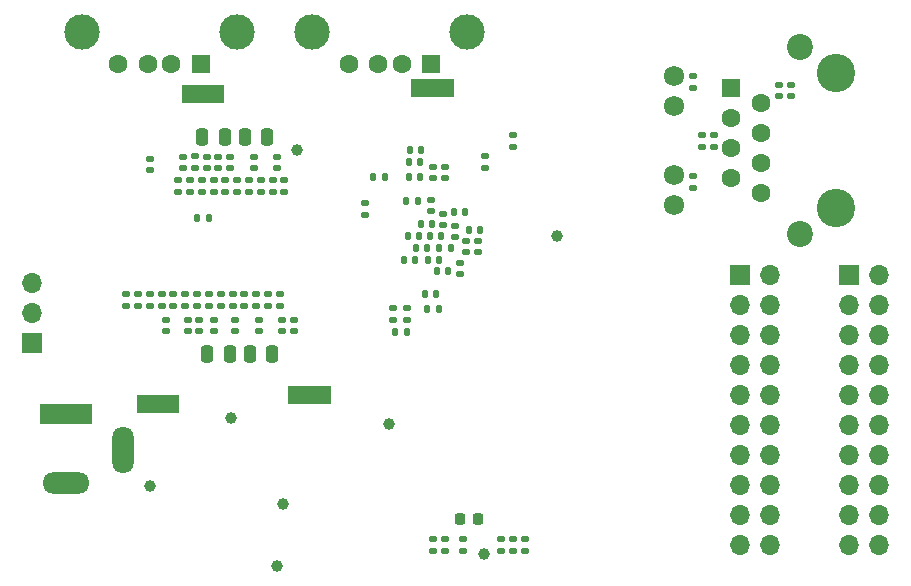
<source format=gbr>
%TF.GenerationSoftware,KiCad,Pcbnew,9.0.0*%
%TF.CreationDate,2025-03-22T23:10:54-04:00*%
%TF.ProjectId,simpleSBC,73696d70-6c65-4534-9243-2e6b69636164,rev?*%
%TF.SameCoordinates,Original*%
%TF.FileFunction,Soldermask,Bot*%
%TF.FilePolarity,Negative*%
%FSLAX46Y46*%
G04 Gerber Fmt 4.6, Leading zero omitted, Abs format (unit mm)*
G04 Created by KiCad (PCBNEW 9.0.0) date 2025-03-22 23:10:54*
%MOMM*%
%LPD*%
G01*
G04 APERTURE LIST*
G04 Aperture macros list*
%AMRoundRect*
0 Rectangle with rounded corners*
0 $1 Rounding radius*
0 $2 $3 $4 $5 $6 $7 $8 $9 X,Y pos of 4 corners*
0 Add a 4 corners polygon primitive as box body*
4,1,4,$2,$3,$4,$5,$6,$7,$8,$9,$2,$3,0*
0 Add four circle primitives for the rounded corners*
1,1,$1+$1,$2,$3*
1,1,$1+$1,$4,$5*
1,1,$1+$1,$6,$7*
1,1,$1+$1,$8,$9*
0 Add four rect primitives between the rounded corners*
20,1,$1+$1,$2,$3,$4,$5,0*
20,1,$1+$1,$4,$5,$6,$7,0*
20,1,$1+$1,$6,$7,$8,$9,0*
20,1,$1+$1,$8,$9,$2,$3,0*%
G04 Aperture macros list end*
%ADD10C,1.000000*%
%ADD11R,4.400000X1.800000*%
%ADD12O,4.000000X1.800000*%
%ADD13O,1.800000X4.000000*%
%ADD14R,1.700000X1.700000*%
%ADD15O,1.700000X1.700000*%
%ADD16C,3.250000*%
%ADD17RoundRect,0.248000X0.552000X-0.552000X0.552000X0.552000X-0.552000X0.552000X-0.552000X-0.552000X0*%
%ADD18C,1.600000*%
%ADD19C,1.720000*%
%ADD20C,2.200000*%
%ADD21R,1.600000X1.500000*%
%ADD22C,3.000000*%
%ADD23RoundRect,0.135000X-0.185000X0.135000X-0.185000X-0.135000X0.185000X-0.135000X0.185000X0.135000X0*%
%ADD24RoundRect,0.135000X0.185000X-0.135000X0.185000X0.135000X-0.185000X0.135000X-0.185000X-0.135000X0*%
%ADD25RoundRect,0.140000X0.140000X0.170000X-0.140000X0.170000X-0.140000X-0.170000X0.140000X-0.170000X0*%
%ADD26RoundRect,0.140000X0.170000X-0.140000X0.170000X0.140000X-0.170000X0.140000X-0.170000X-0.140000X0*%
%ADD27RoundRect,0.140000X-0.170000X0.140000X-0.170000X-0.140000X0.170000X-0.140000X0.170000X0.140000X0*%
%ADD28RoundRect,0.225000X0.225000X0.250000X-0.225000X0.250000X-0.225000X-0.250000X0.225000X-0.250000X0*%
%ADD29RoundRect,0.140000X-0.140000X-0.170000X0.140000X-0.170000X0.140000X0.170000X-0.140000X0.170000X0*%
%ADD30R,1.000000X1.500000*%
%ADD31RoundRect,0.250000X-0.250000X-0.475000X0.250000X-0.475000X0.250000X0.475000X-0.250000X0.475000X0*%
%ADD32RoundRect,0.135000X-0.135000X-0.185000X0.135000X-0.185000X0.135000X0.185000X-0.135000X0.185000X0*%
G04 APERTURE END LIST*
%TO.C,JP6*%
G36*
X124200000Y-74000000D02*
G01*
X125800000Y-74000000D01*
X125800000Y-72500000D01*
X124200000Y-72500000D01*
X124200000Y-74000000D01*
G37*
%TO.C,JP5*%
G36*
X120400000Y-100250000D02*
G01*
X122000000Y-100250000D01*
X122000000Y-98750000D01*
X120400000Y-98750000D01*
X120400000Y-100250000D01*
G37*
%TO.C,JP7*%
G36*
X143650000Y-73500000D02*
G01*
X145250000Y-73500000D01*
X145250000Y-72000000D01*
X143650000Y-72000000D01*
X143650000Y-73500000D01*
G37*
%TO.C,JP4*%
G36*
X133200000Y-99500000D02*
G01*
X134800000Y-99500000D01*
X134800000Y-98000000D01*
X133200000Y-98000000D01*
X133200000Y-99500000D01*
G37*
%TD*%
D10*
%TO.C,TP6*%
X133000000Y-78000000D03*
%TD*%
D11*
%TO.C,J4*%
X113400000Y-100400000D03*
D12*
X113400000Y-106200000D03*
D13*
X118200000Y-103400000D03*
%TD*%
D14*
%TO.C,J8*%
X110500000Y-94330000D03*
D15*
X110500000Y-91790000D03*
X110500000Y-89250000D03*
%TD*%
D14*
%TO.C,J9*%
X179710000Y-88640000D03*
D15*
X182250000Y-88640000D03*
X179710000Y-91180000D03*
X182250000Y-91180000D03*
X179710000Y-93720000D03*
X182250000Y-93720000D03*
X179710000Y-96260000D03*
X182250000Y-96260000D03*
X179710000Y-98800000D03*
X182250000Y-98800000D03*
X179710000Y-101340000D03*
X182250000Y-101340000D03*
X179710000Y-103880000D03*
X182250000Y-103880000D03*
X179710000Y-106420000D03*
X182250000Y-106420000D03*
X179710000Y-108960000D03*
X182250000Y-108960000D03*
X179710000Y-111500000D03*
X182250000Y-111500000D03*
%TD*%
D16*
%TO.C,J7*%
X178625000Y-71520000D03*
X178625000Y-82950000D03*
D17*
X169735000Y-72790000D03*
D18*
X172275000Y-74060000D03*
X169735000Y-75330000D03*
X172275000Y-76600000D03*
X169735000Y-77870000D03*
X172275000Y-79140000D03*
X169735000Y-80410000D03*
X172275000Y-81680000D03*
D19*
X164905000Y-71770000D03*
X164905000Y-74310000D03*
X164905000Y-80160000D03*
X164905000Y-82700000D03*
D20*
X175575000Y-69335000D03*
X175575000Y-85135000D03*
%TD*%
D14*
%TO.C,J3*%
X170460000Y-88640000D03*
D15*
X173000000Y-88640000D03*
X170460000Y-91180000D03*
X173000000Y-91180000D03*
X170460000Y-93720000D03*
X173000000Y-93720000D03*
X170460000Y-96260000D03*
X173000000Y-96260000D03*
X170460000Y-98800000D03*
X173000000Y-98800000D03*
X170460000Y-101340000D03*
X173000000Y-101340000D03*
X170460000Y-103880000D03*
X173000000Y-103880000D03*
X170460000Y-106420000D03*
X173000000Y-106420000D03*
X170460000Y-108960000D03*
X173000000Y-108960000D03*
X170460000Y-111500000D03*
X173000000Y-111500000D03*
%TD*%
D21*
%TO.C,J6*%
X124820000Y-70710000D03*
D18*
X122320000Y-70710000D03*
X120320000Y-70710000D03*
X117820000Y-70710000D03*
D22*
X127890000Y-68000000D03*
X114750000Y-68000000D03*
%TD*%
D21*
%TO.C,J5*%
X144320000Y-70710000D03*
D18*
X141820000Y-70710000D03*
X139820000Y-70710000D03*
X137320000Y-70710000D03*
D22*
X147390000Y-68000000D03*
X134250000Y-68000000D03*
%TD*%
D23*
%TO.C,R32*%
X119500000Y-90240000D03*
X119500000Y-91260000D03*
%TD*%
D24*
%TO.C,R22*%
X128900000Y-81560000D03*
X128900000Y-80540000D03*
%TD*%
D25*
%TO.C,C26*%
X143980000Y-86300000D03*
X143020000Y-86300000D03*
%TD*%
D26*
%TO.C,C13*%
X147300000Y-86680000D03*
X147300000Y-85720000D03*
%TD*%
D27*
%TO.C,C60*%
X127700000Y-92420000D03*
X127700000Y-93380000D03*
%TD*%
D26*
%TO.C,C40*%
X148300000Y-86680000D03*
X148300000Y-85720000D03*
%TD*%
D28*
%TO.C,C51*%
X148275000Y-109250000D03*
X146725000Y-109250000D03*
%TD*%
D27*
%TO.C,C27*%
X142300000Y-91420000D03*
X142300000Y-92380000D03*
%TD*%
D24*
%TO.C,R10*%
X145500000Y-112000000D03*
X145500000Y-110980000D03*
%TD*%
D26*
%TO.C,C31*%
X144300000Y-83180000D03*
X144300000Y-82220000D03*
%TD*%
%TO.C,C64*%
X131300000Y-79530000D03*
X131300000Y-78570000D03*
%TD*%
D10*
%TO.C,TP4*%
X148750000Y-112250000D03*
%TD*%
D29*
%TO.C,C17*%
X142500000Y-78000000D03*
X143460000Y-78000000D03*
%TD*%
D30*
%TO.C,JP6*%
X123700000Y-73250000D03*
X125000000Y-73250000D03*
X126300000Y-73250000D03*
%TD*%
D23*
%TO.C,R35*%
X120500000Y-90240000D03*
X120500000Y-91260000D03*
%TD*%
D25*
%TO.C,C32*%
X144980000Y-87300000D03*
X144020000Y-87300000D03*
%TD*%
D24*
%TO.C,R17*%
X125900000Y-81560000D03*
X125900000Y-80540000D03*
%TD*%
D23*
%TO.C,R23*%
X130500000Y-90240000D03*
X130500000Y-91260000D03*
%TD*%
D26*
%TO.C,C48*%
X144500000Y-80380000D03*
X144500000Y-79420000D03*
%TD*%
D24*
%TO.C,R38*%
X126900000Y-81560000D03*
X126900000Y-80540000D03*
%TD*%
D31*
%TO.C,C66*%
X128550000Y-76900000D03*
X130450000Y-76900000D03*
%TD*%
D10*
%TO.C,TP2*%
X120500000Y-106500000D03*
%TD*%
D26*
%TO.C,C9*%
X120500000Y-79730000D03*
X120500000Y-78770000D03*
%TD*%
D27*
%TO.C,C24*%
X141100000Y-91420000D03*
X141100000Y-92380000D03*
%TD*%
D23*
%TO.C,R37*%
X125500000Y-90240000D03*
X125500000Y-91260000D03*
%TD*%
D29*
%TO.C,C18*%
X146220000Y-83300000D03*
X147180000Y-83300000D03*
%TD*%
D26*
%TO.C,C53*%
X123300000Y-79530000D03*
X123300000Y-78570000D03*
%TD*%
D23*
%TO.C,R39*%
X126500000Y-90240000D03*
X126500000Y-91260000D03*
%TD*%
D26*
%TO.C,C2*%
X126300000Y-79530000D03*
X126300000Y-78570000D03*
%TD*%
D24*
%TO.C,R45*%
X166525000Y-81260000D03*
X166525000Y-80240000D03*
%TD*%
D23*
%TO.C,R21*%
X128500000Y-90240000D03*
X128500000Y-91260000D03*
%TD*%
D26*
%TO.C,C46*%
X145500000Y-80380000D03*
X145500000Y-79420000D03*
%TD*%
D23*
%TO.C,R16*%
X121500000Y-90240000D03*
X121500000Y-91260000D03*
%TD*%
%TO.C,R25*%
X129500000Y-90240000D03*
X129500000Y-91260000D03*
%TD*%
D30*
%TO.C,JP5*%
X119900000Y-99500000D03*
X121200000Y-99500000D03*
X122500000Y-99500000D03*
%TD*%
D24*
%TO.C,R12*%
X152250000Y-112010000D03*
X152250000Y-110990000D03*
%TD*%
D27*
%TO.C,C59*%
X125900000Y-92420000D03*
X125900000Y-93380000D03*
%TD*%
D26*
%TO.C,C56*%
X129300000Y-79530000D03*
X129300000Y-78570000D03*
%TD*%
D24*
%TO.C,R11*%
X144500000Y-112010000D03*
X144500000Y-110990000D03*
%TD*%
D32*
%TO.C,R5*%
X141290000Y-93400000D03*
X142310000Y-93400000D03*
%TD*%
D27*
%TO.C,C15*%
X146800000Y-87570000D03*
X146800000Y-88530000D03*
%TD*%
D31*
%TO.C,C33*%
X124950000Y-76900000D03*
X126850000Y-76900000D03*
%TD*%
D26*
%TO.C,C82*%
X167275000Y-77730000D03*
X167275000Y-76770000D03*
%TD*%
D24*
%TO.C,R27*%
X127900000Y-81560000D03*
X127900000Y-80540000D03*
%TD*%
%TO.C,R30*%
X129900000Y-81560000D03*
X129900000Y-80540000D03*
%TD*%
D23*
%TO.C,R36*%
X122500000Y-90240000D03*
X122500000Y-91260000D03*
%TD*%
%TO.C,R31*%
X118500000Y-90240000D03*
X118500000Y-91260000D03*
%TD*%
D25*
%TO.C,C50*%
X140380000Y-80300000D03*
X139420000Y-80300000D03*
%TD*%
%TO.C,C21*%
X143330000Y-85300000D03*
X142370000Y-85300000D03*
%TD*%
D24*
%TO.C,R3*%
X138750000Y-83500000D03*
X138750000Y-82480000D03*
%TD*%
D29*
%TO.C,C8*%
X142220000Y-82300000D03*
X143180000Y-82300000D03*
%TD*%
D10*
%TO.C,TP10*%
X131250000Y-113250000D03*
%TD*%
D29*
%TO.C,C35*%
X144820000Y-88300000D03*
X145780000Y-88300000D03*
%TD*%
D30*
%TO.C,JP7*%
X143150000Y-72750000D03*
X144450000Y-72750000D03*
X145750000Y-72750000D03*
%TD*%
D26*
%TO.C,C55*%
X127300000Y-79530000D03*
X127300000Y-78570000D03*
%TD*%
D24*
%TO.C,R28*%
X123900000Y-81560000D03*
X123900000Y-80540000D03*
%TD*%
%TO.C,R47*%
X151275000Y-77760000D03*
X151275000Y-76740000D03*
%TD*%
%TO.C,R14*%
X150250000Y-112010000D03*
X150250000Y-110990000D03*
%TD*%
D27*
%TO.C,C61*%
X129700000Y-92420000D03*
X129700000Y-93380000D03*
%TD*%
D24*
%TO.C,R29*%
X131500000Y-91260000D03*
X131500000Y-90240000D03*
%TD*%
D29*
%TO.C,C5*%
X144220000Y-85300000D03*
X145180000Y-85300000D03*
%TD*%
D23*
%TO.C,R33*%
X123500000Y-90240000D03*
X123500000Y-91260000D03*
%TD*%
D24*
%TO.C,R26*%
X122900000Y-81560000D03*
X122900000Y-80540000D03*
%TD*%
D27*
%TO.C,C52*%
X124700000Y-92420000D03*
X124700000Y-93380000D03*
%TD*%
D26*
%TO.C,C77*%
X173775000Y-73480000D03*
X173775000Y-72520000D03*
%TD*%
D27*
%TO.C,C57*%
X121900000Y-92420000D03*
X121900000Y-93380000D03*
%TD*%
D29*
%TO.C,C11*%
X145020000Y-86300000D03*
X145980000Y-86300000D03*
%TD*%
%TO.C,C30*%
X142420000Y-79000000D03*
X143380000Y-79000000D03*
%TD*%
D23*
%TO.C,R18*%
X124500000Y-90240000D03*
X124500000Y-91260000D03*
%TD*%
D30*
%TO.C,JP4*%
X132700000Y-98750000D03*
X134000000Y-98750000D03*
X135300000Y-98750000D03*
%TD*%
D26*
%TO.C,C54*%
X125300000Y-79530000D03*
X125300000Y-78570000D03*
%TD*%
D24*
%TO.C,R34*%
X124900000Y-81560000D03*
X124900000Y-80540000D03*
%TD*%
D10*
%TO.C,TP5*%
X131750000Y-108000000D03*
%TD*%
D29*
%TO.C,C28*%
X143770000Y-90250000D03*
X144730000Y-90250000D03*
%TD*%
D23*
%TO.C,R19*%
X127500000Y-90240000D03*
X127500000Y-91260000D03*
%TD*%
D10*
%TO.C,TP3*%
X140750000Y-101250000D03*
%TD*%
D24*
%TO.C,R15*%
X147000000Y-112010000D03*
X147000000Y-110990000D03*
%TD*%
%TO.C,R13*%
X151250000Y-112010000D03*
X151250000Y-110990000D03*
%TD*%
D26*
%TO.C,C78*%
X168275000Y-77730000D03*
X168275000Y-76770000D03*
%TD*%
D24*
%TO.C,R4*%
X124300000Y-79560000D03*
X124300000Y-78540000D03*
%TD*%
D29*
%TO.C,C1*%
X143420000Y-84300000D03*
X144380000Y-84300000D03*
%TD*%
D27*
%TO.C,C58*%
X123700000Y-92420000D03*
X123700000Y-93380000D03*
%TD*%
D24*
%TO.C,R20*%
X130900000Y-81560000D03*
X130900000Y-80540000D03*
%TD*%
D26*
%TO.C,C7*%
X146300000Y-85380000D03*
X146300000Y-84420000D03*
%TD*%
D31*
%TO.C,C65*%
X125350000Y-95300000D03*
X127250000Y-95300000D03*
%TD*%
D10*
%TO.C,TP8*%
X155000000Y-85300000D03*
%TD*%
D32*
%TO.C,R2*%
X124490000Y-83800000D03*
X125510000Y-83800000D03*
%TD*%
%TO.C,R1*%
X143990000Y-91500000D03*
X145010000Y-91500000D03*
%TD*%
D24*
%TO.C,R48*%
X148900000Y-79510000D03*
X148900000Y-78490000D03*
%TD*%
D29*
%TO.C,C10*%
X142020000Y-87300000D03*
X142980000Y-87300000D03*
%TD*%
D10*
%TO.C,TP1*%
X127400000Y-100700000D03*
%TD*%
D26*
%TO.C,C81*%
X174775000Y-73480000D03*
X174775000Y-72520000D03*
%TD*%
D27*
%TO.C,C63*%
X132700000Y-92420000D03*
X132700000Y-93380000D03*
%TD*%
D31*
%TO.C,C34*%
X128950000Y-95300000D03*
X130850000Y-95300000D03*
%TD*%
D29*
%TO.C,C25*%
X142420000Y-80300000D03*
X143380000Y-80300000D03*
%TD*%
%TO.C,C23*%
X147520000Y-84800000D03*
X148480000Y-84800000D03*
%TD*%
D26*
%TO.C,C3*%
X145300000Y-84380000D03*
X145300000Y-83420000D03*
%TD*%
D24*
%TO.C,R50*%
X166525000Y-72760000D03*
X166525000Y-71740000D03*
%TD*%
%TO.C,R24*%
X131900000Y-81560000D03*
X131900000Y-80540000D03*
%TD*%
D27*
%TO.C,C62*%
X131700000Y-92420000D03*
X131700000Y-93380000D03*
%TD*%
M02*

</source>
